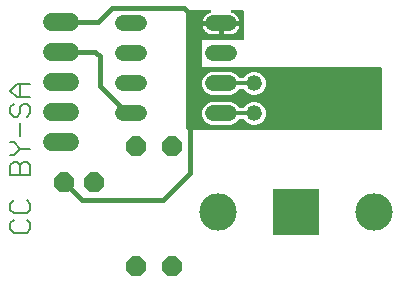
<source format=gbr>
G04 EAGLE Gerber RS-274X export*
G75*
%MOMM*%
%FSLAX34Y34*%
%LPD*%
%INTop Copper*%
%IPPOS*%
%AMOC8*
5,1,8,0,0,1.08239X$1,22.5*%
G01*
%ADD10C,0.152400*%
%ADD11C,1.320800*%
%ADD12C,1.320800*%
%ADD13R,3.962400X3.962400*%
%ADD14C,3.175000*%
%ADD15P,1.814519X8X112.500000*%
%ADD16P,1.814519X8X292.500000*%
%ADD17C,1.524000*%
%ADD18P,1.814519X8X202.500000*%
%ADD19C,0.406400*%
%ADD20C,0.304800*%

G36*
X290856Y130560D02*
X290856Y130560D01*
X290882Y130558D01*
X291029Y130580D01*
X291176Y130597D01*
X291201Y130605D01*
X291227Y130609D01*
X291365Y130664D01*
X291504Y130714D01*
X291526Y130728D01*
X291551Y130738D01*
X291672Y130823D01*
X291797Y130903D01*
X291815Y130922D01*
X291837Y130937D01*
X291936Y131047D01*
X292039Y131154D01*
X292053Y131176D01*
X292070Y131196D01*
X292142Y131326D01*
X292218Y131453D01*
X292226Y131478D01*
X292239Y131501D01*
X292279Y131644D01*
X292324Y131785D01*
X292326Y131811D01*
X292334Y131836D01*
X292353Y132080D01*
X292353Y182880D01*
X292350Y182906D01*
X292352Y182932D01*
X292330Y183079D01*
X292313Y183226D01*
X292305Y183251D01*
X292301Y183277D01*
X292246Y183415D01*
X292196Y183554D01*
X292182Y183576D01*
X292172Y183601D01*
X292087Y183722D01*
X292007Y183847D01*
X291988Y183865D01*
X291973Y183887D01*
X291863Y183986D01*
X291756Y184089D01*
X291734Y184103D01*
X291714Y184120D01*
X291584Y184192D01*
X291457Y184268D01*
X291432Y184276D01*
X291409Y184289D01*
X291266Y184329D01*
X291125Y184374D01*
X291099Y184376D01*
X291074Y184384D01*
X290830Y184403D01*
X139953Y184403D01*
X139953Y206757D01*
X173990Y206757D01*
X174016Y206760D01*
X174042Y206758D01*
X174189Y206780D01*
X174336Y206797D01*
X174361Y206805D01*
X174387Y206809D01*
X174525Y206864D01*
X174664Y206914D01*
X174686Y206928D01*
X174711Y206938D01*
X174832Y207023D01*
X174957Y207103D01*
X174975Y207122D01*
X174997Y207137D01*
X175096Y207247D01*
X175199Y207354D01*
X175213Y207376D01*
X175230Y207396D01*
X175302Y207526D01*
X175378Y207653D01*
X175386Y207678D01*
X175399Y207701D01*
X175439Y207844D01*
X175484Y207985D01*
X175486Y208011D01*
X175494Y208036D01*
X175513Y208280D01*
X175513Y231140D01*
X175510Y231166D01*
X175512Y231192D01*
X175490Y231339D01*
X175473Y231486D01*
X175465Y231511D01*
X175461Y231537D01*
X175406Y231675D01*
X175356Y231814D01*
X175342Y231836D01*
X175332Y231861D01*
X175247Y231982D01*
X175167Y232107D01*
X175148Y232125D01*
X175133Y232147D01*
X175023Y232246D01*
X174916Y232349D01*
X174894Y232363D01*
X174874Y232380D01*
X174744Y232452D01*
X174617Y232528D01*
X174592Y232536D01*
X174569Y232549D01*
X174426Y232589D01*
X174285Y232634D01*
X174259Y232636D01*
X174234Y232644D01*
X173990Y232663D01*
X166067Y232663D01*
X165958Y232651D01*
X165848Y232647D01*
X165785Y232631D01*
X165721Y232623D01*
X165617Y232586D01*
X165511Y232558D01*
X165454Y232528D01*
X165393Y232506D01*
X165300Y232446D01*
X165203Y232395D01*
X165154Y232352D01*
X165100Y232317D01*
X165023Y232238D01*
X164941Y232165D01*
X164903Y232113D01*
X164858Y232066D01*
X164801Y231972D01*
X164737Y231883D01*
X164712Y231823D01*
X164679Y231767D01*
X164645Y231662D01*
X164603Y231561D01*
X164592Y231497D01*
X164573Y231435D01*
X164564Y231326D01*
X164546Y231217D01*
X164550Y231152D01*
X164545Y231088D01*
X164561Y230979D01*
X164568Y230869D01*
X164587Y230807D01*
X164596Y230743D01*
X164637Y230641D01*
X164669Y230536D01*
X164701Y230479D01*
X164725Y230419D01*
X164788Y230329D01*
X164843Y230234D01*
X164887Y230186D01*
X164924Y230133D01*
X165006Y230060D01*
X165081Y229979D01*
X165135Y229943D01*
X165183Y229900D01*
X165279Y229846D01*
X165371Y229785D01*
X165449Y229753D01*
X165488Y229731D01*
X165528Y229720D01*
X165596Y229691D01*
X166324Y229455D01*
X167607Y228801D01*
X168771Y227955D01*
X169789Y226937D01*
X170635Y225773D01*
X171289Y224490D01*
X171734Y223122D01*
X171751Y223011D01*
X156718Y223011D01*
X156692Y223008D01*
X156666Y223010D01*
X156519Y222988D01*
X156372Y222971D01*
X156347Y222963D01*
X156321Y222959D01*
X156214Y222916D01*
X156138Y222937D01*
X155997Y222982D01*
X155971Y222984D01*
X155946Y222992D01*
X155702Y223011D01*
X140669Y223011D01*
X140686Y223122D01*
X141131Y224490D01*
X141785Y225773D01*
X142631Y226937D01*
X143649Y227955D01*
X144813Y228801D01*
X146096Y229455D01*
X146824Y229691D01*
X146924Y229737D01*
X147027Y229774D01*
X147082Y229809D01*
X147141Y229836D01*
X147228Y229904D01*
X147320Y229963D01*
X147365Y230010D01*
X147416Y230049D01*
X147486Y230135D01*
X147562Y230214D01*
X147596Y230269D01*
X147636Y230320D01*
X147685Y230418D01*
X147741Y230513D01*
X147761Y230575D01*
X147789Y230633D01*
X147814Y230740D01*
X147847Y230845D01*
X147853Y230909D01*
X147867Y230973D01*
X147866Y231083D01*
X147875Y231192D01*
X147866Y231256D01*
X147865Y231321D01*
X147840Y231428D01*
X147824Y231537D01*
X147800Y231597D01*
X147785Y231660D01*
X147736Y231758D01*
X147695Y231861D01*
X147658Y231914D01*
X147629Y231972D01*
X147559Y232057D01*
X147496Y232147D01*
X147448Y232190D01*
X147407Y232240D01*
X147319Y232307D01*
X147237Y232380D01*
X147180Y232412D01*
X147129Y232451D01*
X147028Y232496D01*
X146932Y232549D01*
X146870Y232566D01*
X146811Y232593D01*
X146703Y232614D01*
X146597Y232644D01*
X146512Y232650D01*
X146468Y232659D01*
X146427Y232657D01*
X146353Y232663D01*
X128270Y232663D01*
X128244Y232660D01*
X128218Y232662D01*
X128071Y232640D01*
X127924Y232623D01*
X127899Y232615D01*
X127873Y232611D01*
X127735Y232556D01*
X127596Y232506D01*
X127574Y232492D01*
X127549Y232482D01*
X127428Y232397D01*
X127303Y232317D01*
X127285Y232298D01*
X127263Y232283D01*
X127164Y232173D01*
X127061Y232066D01*
X127047Y232044D01*
X127030Y232024D01*
X126958Y231894D01*
X126882Y231767D01*
X126874Y231742D01*
X126861Y231719D01*
X126821Y231576D01*
X126776Y231435D01*
X126774Y231409D01*
X126766Y231384D01*
X126747Y231140D01*
X126747Y132080D01*
X126750Y132054D01*
X126748Y132028D01*
X126770Y131881D01*
X126787Y131734D01*
X126795Y131709D01*
X126799Y131683D01*
X126854Y131545D01*
X126904Y131406D01*
X126918Y131384D01*
X126928Y131359D01*
X127013Y131238D01*
X127093Y131113D01*
X127112Y131095D01*
X127127Y131073D01*
X127237Y130974D01*
X127344Y130871D01*
X127366Y130857D01*
X127386Y130840D01*
X127516Y130768D01*
X127643Y130692D01*
X127668Y130684D01*
X127691Y130671D01*
X127834Y130631D01*
X127975Y130586D01*
X128001Y130584D01*
X128026Y130576D01*
X128270Y130557D01*
X290830Y130557D01*
X290856Y130560D01*
G37*
%LPC*%
G36*
X147686Y135127D02*
X147686Y135127D01*
X144138Y136597D01*
X141423Y139312D01*
X139953Y142860D01*
X139953Y146700D01*
X141423Y150248D01*
X144138Y152963D01*
X147686Y154433D01*
X164734Y154433D01*
X168282Y152963D01*
X171012Y150233D01*
X171016Y150226D01*
X171044Y150155D01*
X171100Y150075D01*
X171148Y149988D01*
X171199Y149932D01*
X171243Y149869D01*
X171316Y149803D01*
X171382Y149730D01*
X171445Y149687D01*
X171502Y149636D01*
X171588Y149588D01*
X171669Y149532D01*
X171740Y149504D01*
X171807Y149467D01*
X171901Y149440D01*
X171993Y149404D01*
X172068Y149393D01*
X172142Y149372D01*
X172291Y149360D01*
X172338Y149353D01*
X172357Y149355D01*
X172386Y149353D01*
X174578Y149353D01*
X174654Y149361D01*
X174731Y149360D01*
X174827Y149381D01*
X174924Y149393D01*
X174996Y149418D01*
X175071Y149435D01*
X175160Y149477D01*
X175253Y149510D01*
X175317Y149552D01*
X175386Y149584D01*
X175463Y149646D01*
X175545Y149699D01*
X175598Y149754D01*
X175658Y149802D01*
X175719Y149879D01*
X175788Y149950D01*
X175827Y150015D01*
X175874Y150075D01*
X175942Y150208D01*
X175964Y150245D01*
X178682Y152963D01*
X182230Y154433D01*
X186070Y154433D01*
X189618Y152963D01*
X192333Y150248D01*
X193803Y146700D01*
X193803Y142860D01*
X192333Y139312D01*
X189618Y136597D01*
X186070Y135127D01*
X182230Y135127D01*
X178682Y136597D01*
X175952Y139327D01*
X175948Y139334D01*
X175920Y139405D01*
X175864Y139485D01*
X175816Y139572D01*
X175765Y139628D01*
X175721Y139691D01*
X175648Y139757D01*
X175582Y139830D01*
X175519Y139873D01*
X175462Y139924D01*
X175376Y139972D01*
X175295Y140028D01*
X175224Y140056D01*
X175157Y140093D01*
X175063Y140120D01*
X174971Y140156D01*
X174896Y140167D01*
X174822Y140188D01*
X174673Y140200D01*
X174626Y140207D01*
X174607Y140205D01*
X174578Y140207D01*
X172386Y140207D01*
X172310Y140199D01*
X172233Y140200D01*
X172137Y140179D01*
X172040Y140167D01*
X171968Y140142D01*
X171893Y140125D01*
X171804Y140083D01*
X171711Y140050D01*
X171647Y140008D01*
X171578Y139976D01*
X171501Y139914D01*
X171419Y139861D01*
X171366Y139806D01*
X171306Y139758D01*
X171245Y139681D01*
X171176Y139610D01*
X171137Y139545D01*
X171090Y139485D01*
X171022Y139352D01*
X171000Y139315D01*
X168282Y136597D01*
X164734Y135127D01*
X147686Y135127D01*
G37*
%LPD*%
%LPC*%
G36*
X147686Y160527D02*
X147686Y160527D01*
X144138Y161997D01*
X141423Y164712D01*
X139953Y168260D01*
X139953Y172100D01*
X141423Y175648D01*
X144138Y178363D01*
X147686Y179833D01*
X164734Y179833D01*
X168282Y178363D01*
X171012Y175633D01*
X171016Y175626D01*
X171044Y175555D01*
X171100Y175475D01*
X171148Y175388D01*
X171199Y175332D01*
X171243Y175269D01*
X171316Y175203D01*
X171382Y175130D01*
X171445Y175087D01*
X171502Y175036D01*
X171588Y174988D01*
X171669Y174932D01*
X171740Y174904D01*
X171807Y174867D01*
X171901Y174840D01*
X171993Y174804D01*
X172068Y174793D01*
X172142Y174772D01*
X172291Y174760D01*
X172338Y174753D01*
X172357Y174755D01*
X172386Y174753D01*
X174578Y174753D01*
X174654Y174761D01*
X174731Y174760D01*
X174827Y174781D01*
X174924Y174793D01*
X174996Y174818D01*
X175071Y174835D01*
X175160Y174877D01*
X175253Y174910D01*
X175317Y174952D01*
X175386Y174984D01*
X175463Y175046D01*
X175545Y175099D01*
X175598Y175154D01*
X175658Y175202D01*
X175719Y175279D01*
X175788Y175350D01*
X175827Y175415D01*
X175874Y175475D01*
X175942Y175608D01*
X175964Y175645D01*
X178682Y178363D01*
X182230Y179833D01*
X186070Y179833D01*
X189618Y178363D01*
X192333Y175648D01*
X193803Y172100D01*
X193803Y168260D01*
X192333Y164712D01*
X189618Y161997D01*
X186070Y160527D01*
X182230Y160527D01*
X178682Y161997D01*
X175952Y164727D01*
X175949Y164732D01*
X175927Y164789D01*
X175926Y164790D01*
X175920Y164805D01*
X175864Y164885D01*
X175816Y164972D01*
X175765Y165028D01*
X175721Y165091D01*
X175648Y165157D01*
X175582Y165230D01*
X175519Y165273D01*
X175462Y165324D01*
X175376Y165372D01*
X175295Y165428D01*
X175224Y165456D01*
X175157Y165493D01*
X175063Y165520D01*
X174971Y165556D01*
X174896Y165567D01*
X174822Y165588D01*
X174673Y165600D01*
X174626Y165607D01*
X174607Y165605D01*
X174578Y165607D01*
X172386Y165607D01*
X172310Y165599D01*
X172233Y165600D01*
X172137Y165579D01*
X172040Y165567D01*
X171968Y165542D01*
X171893Y165525D01*
X171804Y165483D01*
X171711Y165450D01*
X171647Y165408D01*
X171578Y165376D01*
X171501Y165314D01*
X171419Y165261D01*
X171366Y165206D01*
X171306Y165158D01*
X171245Y165081D01*
X171176Y165010D01*
X171137Y164945D01*
X171090Y164885D01*
X171022Y164752D01*
X171000Y164715D01*
X168282Y161997D01*
X164734Y160527D01*
X147686Y160527D01*
G37*
%LPD*%
%LPC*%
G36*
X158241Y211835D02*
X158241Y211835D01*
X158241Y218949D01*
X171751Y218949D01*
X171734Y218838D01*
X171289Y217470D01*
X170635Y216187D01*
X169789Y215023D01*
X168771Y214005D01*
X167607Y213159D01*
X166324Y212505D01*
X164956Y212060D01*
X163534Y211835D01*
X158241Y211835D01*
G37*
%LPD*%
%LPC*%
G36*
X148886Y211835D02*
X148886Y211835D01*
X147464Y212060D01*
X146096Y212505D01*
X144813Y213159D01*
X143649Y214005D01*
X142631Y215023D01*
X141785Y216187D01*
X141131Y217470D01*
X140686Y218838D01*
X140669Y218949D01*
X154179Y218949D01*
X154179Y211835D01*
X148886Y211835D01*
G37*
%LPD*%
D10*
X-19400Y54789D02*
X-22112Y52077D01*
X-22112Y46654D01*
X-19400Y43942D01*
X-8554Y43942D01*
X-5842Y46654D01*
X-5842Y52077D01*
X-8554Y54789D01*
X-22112Y68449D02*
X-19400Y71160D01*
X-22112Y68449D02*
X-22112Y63025D01*
X-19400Y60314D01*
X-8554Y60314D01*
X-5842Y63025D01*
X-5842Y68449D01*
X-8554Y71160D01*
X-5842Y93057D02*
X-22112Y93057D01*
X-22112Y101192D01*
X-19400Y103903D01*
X-16689Y103903D01*
X-13977Y101192D01*
X-11265Y103903D01*
X-8554Y103903D01*
X-5842Y101192D01*
X-5842Y93057D01*
X-13977Y93057D02*
X-13977Y101192D01*
X-19400Y109428D02*
X-22112Y109428D01*
X-19400Y109428D02*
X-13977Y114852D01*
X-19400Y120275D01*
X-22112Y120275D01*
X-13977Y114852D02*
X-5842Y114852D01*
X-13977Y125800D02*
X-13977Y136646D01*
X-22112Y150306D02*
X-19400Y153018D01*
X-22112Y150306D02*
X-22112Y144883D01*
X-19400Y142171D01*
X-16689Y142171D01*
X-13977Y144883D01*
X-13977Y150306D01*
X-11265Y153018D01*
X-8554Y153018D01*
X-5842Y150306D01*
X-5842Y144883D01*
X-8554Y142171D01*
X-5842Y158543D02*
X-16689Y158543D01*
X-22112Y163966D01*
X-16689Y169390D01*
X-5842Y169390D01*
X-13977Y169390D02*
X-13977Y158543D01*
D11*
X184150Y170180D03*
X184150Y144780D03*
D12*
X162814Y144780D02*
X149606Y144780D01*
X149606Y170180D02*
X162814Y170180D01*
X162814Y195580D02*
X149606Y195580D01*
X149606Y220980D02*
X162814Y220980D01*
X86614Y220980D02*
X73406Y220980D01*
X73406Y195580D02*
X86614Y195580D01*
X86614Y170180D02*
X73406Y170180D01*
X73406Y144780D02*
X86614Y144780D01*
D13*
X219710Y60960D03*
D14*
X285750Y60960D03*
X153670Y60960D03*
D15*
X83820Y15240D03*
X83820Y116840D03*
D16*
X114300Y116840D03*
X114300Y15240D03*
D17*
X27940Y120650D02*
X12700Y120650D01*
X12700Y146050D02*
X27940Y146050D01*
X27940Y171450D02*
X12700Y171450D01*
X12700Y196850D02*
X27940Y196850D01*
X27940Y222250D02*
X12700Y222250D01*
D18*
X48260Y86360D03*
X22860Y86360D03*
D19*
X154940Y220980D02*
X156210Y220980D01*
X52070Y222250D02*
X20320Y222250D01*
X52070Y222250D02*
X63500Y233680D01*
X124460Y233680D01*
X129540Y228600D01*
X22860Y86360D02*
X38100Y71120D01*
X106680Y71120D01*
X129540Y93980D01*
X129540Y132080D01*
X49530Y196850D02*
X20320Y196850D01*
X49530Y196850D02*
X53340Y193040D01*
X76200Y144780D02*
X80010Y144780D01*
X53340Y167640D02*
X53340Y193040D01*
X53340Y167640D02*
X76200Y144780D01*
D20*
X158750Y144780D02*
X158819Y144778D01*
X158887Y144773D01*
X158955Y144763D01*
X159023Y144750D01*
X159090Y144734D01*
X159156Y144714D01*
X159220Y144690D01*
X159283Y144663D01*
X159345Y144632D01*
X159405Y144598D01*
X159463Y144561D01*
X159519Y144521D01*
X159572Y144478D01*
X159623Y144432D01*
X159672Y144383D01*
X159718Y144332D01*
X159761Y144279D01*
X159801Y144223D01*
X159838Y144165D01*
X159872Y144105D01*
X159903Y144043D01*
X159930Y143980D01*
X159954Y143916D01*
X159974Y143850D01*
X159990Y143783D01*
X160003Y143715D01*
X160013Y143647D01*
X160018Y143579D01*
X160020Y143510D01*
X158750Y144780D02*
X156210Y144780D01*
X161290Y144780D02*
X184150Y144780D01*
X161290Y144780D02*
X161221Y144778D01*
X161153Y144773D01*
X161085Y144763D01*
X161017Y144750D01*
X160950Y144734D01*
X160884Y144714D01*
X160820Y144690D01*
X160757Y144663D01*
X160695Y144632D01*
X160635Y144598D01*
X160577Y144561D01*
X160521Y144521D01*
X160468Y144478D01*
X160417Y144432D01*
X160368Y144383D01*
X160322Y144332D01*
X160279Y144279D01*
X160239Y144223D01*
X160202Y144165D01*
X160168Y144105D01*
X160137Y144043D01*
X160110Y143980D01*
X160086Y143916D01*
X160066Y143850D01*
X160050Y143783D01*
X160037Y143715D01*
X160027Y143647D01*
X160022Y143579D01*
X160020Y143510D01*
X156210Y170180D02*
X184150Y170180D01*
M02*

</source>
